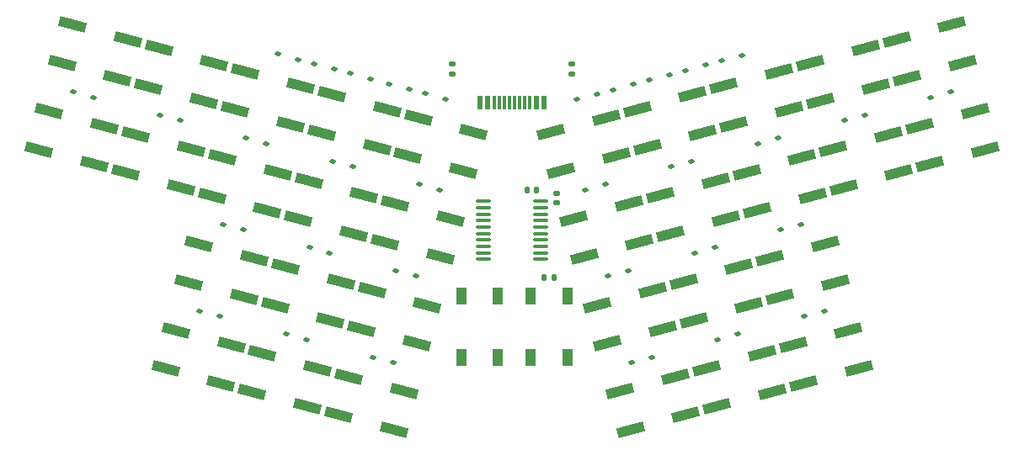
<source format=gbr>
%TF.GenerationSoftware,KiCad,Pcbnew,8.0.0*%
%TF.CreationDate,2024-03-10T21:35:39-05:00*%
%TF.ProjectId,idawgz32,69646177-677a-4333-922e-6b696361645f,rev?*%
%TF.SameCoordinates,Original*%
%TF.FileFunction,Paste,Top*%
%TF.FilePolarity,Positive*%
%FSLAX46Y46*%
G04 Gerber Fmt 4.6, Leading zero omitted, Abs format (unit mm)*
G04 Created by KiCad (PCBNEW 8.0.0) date 2024-03-10 21:35:39*
%MOMM*%
%LPD*%
G01*
G04 APERTURE LIST*
G04 Aperture macros list*
%AMRoundRect*
0 Rectangle with rounded corners*
0 $1 Rounding radius*
0 $2 $3 $4 $5 $6 $7 $8 $9 X,Y pos of 4 corners*
0 Add a 4 corners polygon primitive as box body*
4,1,4,$2,$3,$4,$5,$6,$7,$8,$9,$2,$3,0*
0 Add four circle primitives for the rounded corners*
1,1,$1+$1,$2,$3*
1,1,$1+$1,$4,$5*
1,1,$1+$1,$6,$7*
1,1,$1+$1,$8,$9*
0 Add four rect primitives between the rounded corners*
20,1,$1+$1,$2,$3,$4,$5,0*
20,1,$1+$1,$4,$5,$6,$7,0*
20,1,$1+$1,$6,$7,$8,$9,0*
20,1,$1+$1,$8,$9,$2,$3,0*%
%AMRotRect*
0 Rectangle, with rotation*
0 The origin of the aperture is its center*
0 $1 length*
0 $2 width*
0 $3 Rotation angle, in degrees counterclockwise*
0 Add horizontal line*
21,1,$1,$2,0,0,$3*%
G04 Aperture macros list end*
%ADD10RotRect,2.750000X1.000000X15.000000*%
%ADD11RoundRect,0.112500X-0.151994X-0.157195X0.210228X-0.060138X0.151994X0.157195X-0.210228X0.060138X0*%
%ADD12R,1.100000X1.800000*%
%ADD13RotRect,2.750000X1.000000X345.000000*%
%ADD14RoundRect,0.112500X0.210228X0.060138X-0.151994X0.157195X-0.210228X-0.060138X0.151994X-0.157195X0*%
%ADD15RoundRect,0.135000X0.135000X0.185000X-0.135000X0.185000X-0.135000X-0.185000X0.135000X-0.185000X0*%
%ADD16RoundRect,0.140000X0.170000X-0.140000X0.170000X0.140000X-0.170000X0.140000X-0.170000X-0.140000X0*%
%ADD17RoundRect,0.140000X0.140000X0.170000X-0.140000X0.170000X-0.140000X-0.170000X0.140000X-0.170000X0*%
%ADD18RoundRect,0.135000X0.185000X-0.135000X0.185000X0.135000X-0.185000X0.135000X-0.185000X-0.135000X0*%
%ADD19RoundRect,0.100000X-0.637500X-0.100000X0.637500X-0.100000X0.637500X0.100000X-0.637500X0.100000X0*%
%ADD20R,0.600000X1.450000*%
%ADD21R,0.300000X1.450000*%
G04 APERTURE END LIST*
D10*
%TO.C,SW8*%
X83656641Y-52073757D03*
X89220373Y-50582959D03*
X84691917Y-55937461D03*
X90255649Y-54446663D03*
%TD*%
D11*
%TO.C,D30*%
X91765352Y-75265301D03*
X93793796Y-74721781D03*
%TD*%
D12*
%TO.C,SW42*%
X65968851Y-77101876D03*
X65968851Y-70901876D03*
X69668851Y-77101876D03*
X69668851Y-70901876D03*
%TD*%
D13*
%TO.C,SW23*%
X48305250Y-67969623D03*
X53868982Y-69460421D03*
X47269974Y-71833327D03*
X52833706Y-73324125D03*
%TD*%
D14*
%TO.C,D29*%
X50419013Y-75265301D03*
X48390569Y-74721781D03*
%TD*%
D13*
%TO.C,SW25*%
X56998586Y-70298988D03*
X62562318Y-71789786D03*
X55963310Y-74162692D03*
X61527042Y-75653490D03*
%TD*%
D14*
%TO.C,D15*%
X46384425Y-55549262D03*
X44355981Y-55005742D03*
%TD*%
D11*
%TO.C,D6*%
X84882361Y-49157137D03*
X86910805Y-48613617D03*
%TD*%
D15*
%TO.C,R1*%
X75344368Y-69001877D03*
X74324368Y-69001877D03*
%TD*%
D13*
%TO.C,SW21*%
X39611917Y-65640253D03*
X45175649Y-67131051D03*
X38576641Y-69503957D03*
X44140373Y-70994755D03*
%TD*%
D11*
%TO.C,D24*%
X89435980Y-66571962D03*
X91464424Y-66028442D03*
%TD*%
%TO.C,D18*%
X87106610Y-57878632D03*
X89135054Y-57335112D03*
%TD*%
D14*
%TO.C,D3*%
X53195971Y-48056928D03*
X51167527Y-47513408D03*
%TD*%
D11*
%TO.C,D2*%
X92126801Y-47215994D03*
X94155245Y-46672474D03*
%TD*%
%TO.C,D10*%
X113186603Y-50890524D03*
X115215047Y-50347004D03*
%TD*%
D10*
%TO.C,SW24*%
X88315381Y-69460421D03*
X93879113Y-67969623D03*
X89350657Y-73324125D03*
X94914389Y-71833327D03*
%TD*%
D11*
%TO.C,D14*%
X104493276Y-53219895D03*
X106521720Y-52676375D03*
%TD*%
D13*
%TO.C,SW19*%
X59327955Y-61605662D03*
X64891687Y-63096460D03*
X58292679Y-65469366D03*
X63856411Y-66960164D03*
%TD*%
D10*
%TO.C,SW2*%
X109736637Y-45085641D03*
X115300369Y-43594843D03*
X110771913Y-48949345D03*
X116335645Y-47458547D03*
%TD*%
D13*
%TO.C,SW13*%
X33247960Y-54617547D03*
X38811692Y-56108345D03*
X32212684Y-58481251D03*
X37776416Y-59972049D03*
%TD*%
%TO.C,SW1*%
X26883998Y-43594847D03*
X32447730Y-45085645D03*
X25848722Y-47458551D03*
X31412454Y-48949349D03*
%TD*%
%TO.C,SW11*%
X61657324Y-52912326D03*
X67221056Y-54403124D03*
X60622048Y-56776030D03*
X66185780Y-58266828D03*
%TD*%
D10*
%TO.C,SW26*%
X79622049Y-71789797D03*
X85185781Y-70298999D03*
X80657325Y-75653501D03*
X86221057Y-74162703D03*
%TD*%
D14*
%TO.C,D19*%
X63771088Y-60208005D03*
X61742644Y-59664485D03*
%TD*%
D11*
%TO.C,D8*%
X81260137Y-50127701D03*
X83288581Y-49584181D03*
%TD*%
D16*
%TO.C,C1*%
X75584370Y-61501872D03*
X75584370Y-60541872D03*
%TD*%
D13*
%TO.C,SW3*%
X35577327Y-45924210D03*
X41141059Y-47415008D03*
X34542051Y-49787914D03*
X40105783Y-51278712D03*
%TD*%
D10*
%TO.C,SW6*%
X92349973Y-49744390D03*
X97913705Y-48253592D03*
X93385249Y-53608094D03*
X98948981Y-52117296D03*
%TD*%
D17*
%TO.C,C2*%
X73544369Y-60251875D03*
X72584369Y-60251875D03*
%TD*%
D11*
%TO.C,D4*%
X88504579Y-48186561D03*
X90533023Y-47643041D03*
%TD*%
%TO.C,D32*%
X83072024Y-77594668D03*
X85100468Y-77051148D03*
%TD*%
D18*
%TO.C,R5*%
X65084367Y-48511874D03*
X65084367Y-47491874D03*
%TD*%
D19*
%TO.C,U1*%
X68229683Y-61357912D03*
X68229683Y-62007912D03*
X68229683Y-62657912D03*
X68229683Y-63307912D03*
X68229683Y-63957912D03*
X68229683Y-64607912D03*
X68229683Y-65257912D03*
X68229683Y-65907912D03*
X68229683Y-66557912D03*
X68229683Y-67207912D03*
X73954683Y-67207912D03*
X73954683Y-66557912D03*
X73954683Y-65907912D03*
X73954683Y-65257912D03*
X73954683Y-64607912D03*
X73954683Y-63957912D03*
X73954683Y-63307912D03*
X73954683Y-62657912D03*
X73954683Y-62007912D03*
X73954683Y-61357912D03*
%TD*%
D11*
%TO.C,D16*%
X95799936Y-55549262D03*
X97828380Y-55005742D03*
%TD*%
%TO.C,D20*%
X78413276Y-60208011D03*
X80441720Y-59664491D03*
%TD*%
D10*
%TO.C,SW18*%
X85986011Y-60767085D03*
X91549743Y-59276287D03*
X87021287Y-64630789D03*
X92585019Y-63139991D03*
%TD*%
%TO.C,SW16*%
X94679338Y-58437715D03*
X100243070Y-56946917D03*
X95714614Y-62301419D03*
X101278346Y-60810621D03*
%TD*%
D11*
%TO.C,D12*%
X77637912Y-51098280D03*
X79666356Y-50554760D03*
%TD*%
%TO.C,D26*%
X80742649Y-68901335D03*
X82771093Y-68357815D03*
%TD*%
D13*
%TO.C,SW29*%
X45975879Y-76662958D03*
X51539611Y-78153756D03*
X44940603Y-80526662D03*
X50504335Y-82017460D03*
%TD*%
D18*
%TO.C,R4*%
X77084366Y-48511876D03*
X77084366Y-47491876D03*
%TD*%
D14*
%TO.C,D11*%
X64352416Y-51046284D03*
X62323972Y-50502764D03*
%TD*%
D10*
%TO.C,SW32*%
X81951423Y-80483124D03*
X87515155Y-78992326D03*
X82986699Y-84346828D03*
X88550431Y-82856030D03*
%TD*%
%TO.C,SW12*%
X74963303Y-54403126D03*
X80527035Y-52912328D03*
X75998579Y-58266830D03*
X81562311Y-56776032D03*
%TD*%
D13*
%TO.C,SW15*%
X41941288Y-56946923D03*
X47505020Y-58437721D03*
X40906012Y-60810627D03*
X46469744Y-62301425D03*
%TD*%
D10*
%TO.C,SW14*%
X103372681Y-56108345D03*
X108936413Y-54617547D03*
X104407957Y-59972049D03*
X109971689Y-58481251D03*
%TD*%
D13*
%TO.C,SW5*%
X44270664Y-48253582D03*
X49834396Y-49744380D03*
X43235388Y-52117286D03*
X48799120Y-53608084D03*
%TD*%
D14*
%TO.C,D27*%
X41725682Y-72935929D03*
X39697238Y-72392409D03*
%TD*%
%TO.C,D13*%
X37691095Y-53219892D03*
X35662651Y-52676372D03*
%TD*%
D20*
%TO.C,J1*%
X74334366Y-51411875D03*
X73534366Y-51411875D03*
D21*
X72334366Y-51411875D03*
X71334366Y-51411875D03*
X70834366Y-51411875D03*
X69834366Y-51411875D03*
D20*
X68634366Y-51411875D03*
X67834366Y-51411875D03*
X67834366Y-51411875D03*
X68634366Y-51411875D03*
D21*
X69334366Y-51411875D03*
X70334366Y-51411875D03*
X71834366Y-51411875D03*
X72834366Y-51411875D03*
D20*
X73534366Y-51411875D03*
X74334366Y-51411875D03*
%TD*%
D10*
%TO.C,SW28*%
X99338087Y-75824379D03*
X104901819Y-74333581D03*
X100373363Y-79688083D03*
X105937095Y-78197285D03*
%TD*%
%TO.C,SW22*%
X97008715Y-67131043D03*
X102572447Y-65640245D03*
X98043991Y-70994747D03*
X103607723Y-69503949D03*
%TD*%
D13*
%TO.C,SW31*%
X54669210Y-78992323D03*
X60232942Y-80483121D03*
X53633934Y-82856027D03*
X59197666Y-84346825D03*
%TD*%
D14*
%TO.C,D7*%
X60730191Y-50075717D03*
X58701747Y-49532197D03*
%TD*%
D11*
%TO.C,D28*%
X100458681Y-72935928D03*
X102487125Y-72392408D03*
%TD*%
D14*
%TO.C,D5*%
X56818193Y-49027497D03*
X54789749Y-48483977D03*
%TD*%
%TO.C,D21*%
X44055053Y-64242592D03*
X42026609Y-63699072D03*
%TD*%
D11*
%TO.C,D22*%
X98129314Y-64242595D03*
X100157758Y-63699075D03*
%TD*%
D10*
%TO.C,SW10*%
X112066008Y-53778975D03*
X117629740Y-52288177D03*
X113101284Y-57642679D03*
X118665016Y-56151881D03*
%TD*%
D12*
%TO.C,SW41*%
X72968851Y-77101872D03*
X72968851Y-70901872D03*
X76668851Y-77101872D03*
X76668851Y-70901872D03*
%TD*%
D10*
%TO.C,SW20*%
X77292680Y-63096461D03*
X82856412Y-61605663D03*
X78327956Y-66960165D03*
X83891688Y-65469367D03*
%TD*%
%TO.C,SW30*%
X90644757Y-78153752D03*
X96208489Y-76662954D03*
X91680033Y-82017456D03*
X97243765Y-80526658D03*
%TD*%
D13*
%TO.C,SW7*%
X52963996Y-50582957D03*
X58527728Y-52073755D03*
X51928720Y-54446661D03*
X57492452Y-55937459D03*
%TD*%
D14*
%TO.C,D25*%
X61441718Y-68901345D03*
X59413274Y-68357825D03*
%TD*%
%TO.C,D23*%
X52748386Y-66571968D03*
X50719942Y-66028448D03*
%TD*%
%TO.C,D17*%
X55077757Y-57878638D03*
X53049313Y-57335118D03*
%TD*%
D13*
%TO.C,SW9*%
X24554627Y-52288172D03*
X30118359Y-53778970D03*
X23519351Y-56151876D03*
X29083083Y-57642674D03*
%TD*%
D14*
%TO.C,D9*%
X28997760Y-50890516D03*
X26969316Y-50346996D03*
%TD*%
%TO.C,D1*%
X49573749Y-47086356D03*
X47545305Y-46542836D03*
%TD*%
D10*
%TO.C,SW4*%
X101043307Y-47415008D03*
X106607039Y-45924210D03*
X102078583Y-51278712D03*
X107642315Y-49787914D03*
%TD*%
D13*
%TO.C,SW17*%
X50634619Y-59276292D03*
X56198351Y-60767090D03*
X49599343Y-63139996D03*
X55163075Y-64630794D03*
%TD*%
%TO.C,SW27*%
X37282548Y-74333586D03*
X42846280Y-75824384D03*
X36247272Y-78197290D03*
X41811004Y-79688088D03*
%TD*%
D14*
%TO.C,D31*%
X59112348Y-77594675D03*
X57083904Y-77051155D03*
%TD*%
M02*

</source>
